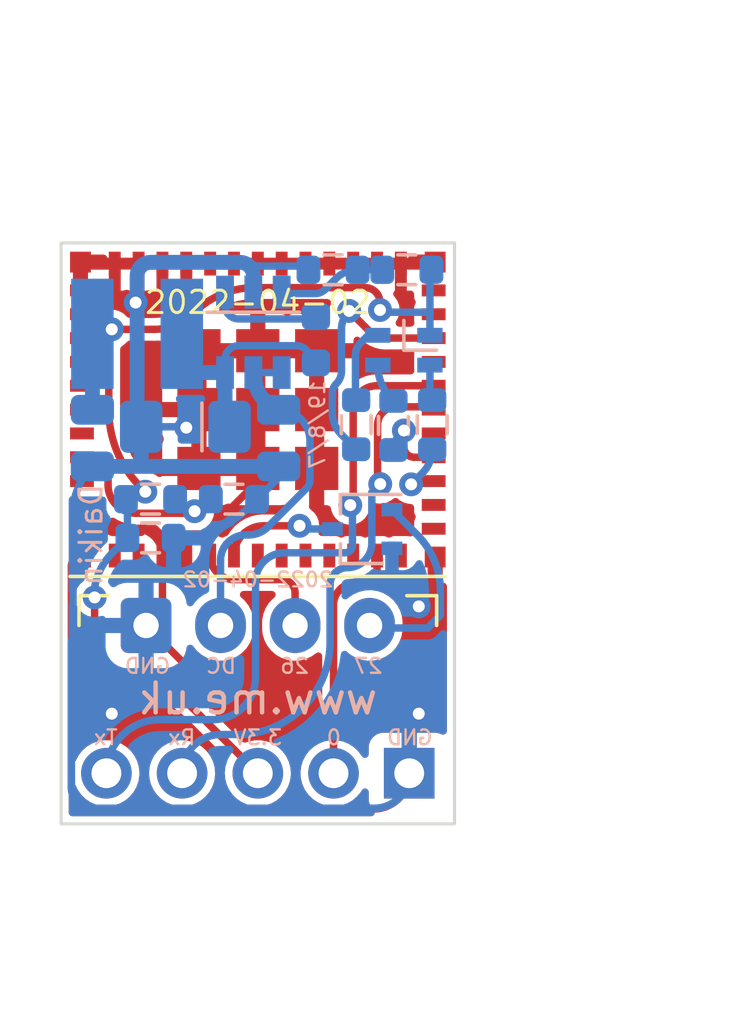
<source format=kicad_pcb>
(kicad_pcb (version 20211014) (generator pcbnew)
  (title_block (title "Daikin ESP32-PICO-MINI Module") (date "${DATE}") (rev "1") (company "Adrian Kennard, Andrews & Arnold Ltd"))
  (layers (0 "F.Cu" signal) (31 "B.Cu" signal) (34 "B.Paste" user) (35 "F.Paste" user) (36 "B.SilkS" user "B.Silkscreen") (37 "F.SilkS" user "F.Silkscreen") (38 "B.Mask" user) (39 "F.Mask" user) (44 "Edge.Cuts" user))
  (property "DATE" "2022-04-02")
  (net 0 "")
  (net 1 "GND")
  (net 2 "TX")
  (net 3 "RX")
  (net 4 "Net-(D1-Pad2)")
  (net 8 "DC")
  (net 11 "EN")
  (net 21 "Net-(D1-Pad3)")
  (net 22 "Net-(D1-Pad4)")
  (net 25 "GPIO0")
  (net 28 "R")
  (net 29 "G")
  (net 30 "B")
  (net 34 "+3V3")
  (net 35 "Net-(R5-Pad2)")
  (net 36 "I")
  (net 37 "O")
  (net 38 "Net-(J1-Pad4)")
  (footprint "RevK:ESP32-PICO-MINI-02" (layer "F.Cu") (at 100 44.19325)
    (fp_text reference "U1" hide)
    (fp_text value "ESP32-PICO-MINI-02")
    (fp_text user "${DATE}" (at 0 -3.6 unlocked) (layer "F.SilkS") (effects (font (size 0.75 0.75) (thickness 0.1))))
    (fp_line (start -6.3 5.6) (end 6.3 5.6) (layer "F.SilkS") (width 0.12))
    (pad "1" smd rect (at -5.9 -4) (size 0.8 0.4) (layers "F.Cu" "F.Paste" "F.Mask") (net 1 "GND"))
    (pad "2" smd rect (at -5.9 -3.2) (size 0.8 0.4) (layers "F.Cu" "F.Paste" "F.Mask") (net 1 "GND"))
    (pad "3" smd rect (at -5.9 -2.4) (size 0.8 0.4) (layers "F.Cu" "F.Paste" "F.Mask") (net 34 "+3V3"))
    (pad "4" smd rect (at -5.9 -1.6) (size 0.8 0.4) (layers "F.Cu" "F.Paste" "F.Mask"))
    (pad "5" smd rect (at -5.9 -0.8) (size 0.8 0.4) (layers "F.Cu" "F.Paste" "F.Mask"))
    (pad "6" smd rect (at -5.9 0) (size 0.8 0.4) (layers "F.Cu" "F.Paste" "F.Mask"))
    (pad "7" smd rect (at -5.9 0.8) (size 0.8 0.4) (layers "F.Cu" "F.Paste" "F.Mask"))
    (pad "8" smd rect (at -5.9 1.6) (size 0.8 0.4) (layers "F.Cu" "F.Paste" "F.Mask") (net 11 "EN"))
    (pad "9" smd rect (at -5.9 2.4) (size 0.8 0.4) (layers "F.Cu" "F.Paste" "F.Mask"))
    (pad "10" smd rect (at -5.9 3.2) (size 0.8 0.4) (layers "F.Cu" "F.Paste" "F.Mask"))
    (pad "11" smd rect (at -5.9 4) (size 0.8 0.4) (layers "F.Cu" "F.Paste" "F.Mask") (net 1 "GND"))
    (pad "12" smd rect (at -4.8 4.9) (size 0.4 0.8) (layers "F.Cu" "F.Paste" "F.Mask"))
    (pad "13" smd rect (at -4 4.9) (size 0.4 0.8) (layers "F.Cu" "F.Paste" "F.Mask"))
    (pad "14" smd rect (at -3.2 4.9) (size 0.4 0.8) (layers "F.Cu" "F.Paste" "F.Mask") (net 1 "GND"))
    (pad "15" smd rect (at -2.4 4.9) (size 0.4 0.8) (layers "F.Cu" "F.Paste" "F.Mask"))
    (pad "16" smd rect (at -1.6 4.9) (size 0.4 0.8) (layers "F.Cu" "F.Paste" "F.Mask") (net 2 "TX"))
    (pad "17" smd rect (at -0.8 4.9) (size 0.4 0.8) (layers "F.Cu" "F.Paste" "F.Mask") (net 3 "RX"))
    (pad "18" smd rect (at 0 4.9) (size 0.4 0.8) (layers "F.Cu" "F.Paste" "F.Mask"))
    (pad "19" smd rect (at 0.8 4.9) (size 0.4 0.8) (layers "F.Cu" "F.Paste" "F.Mask"))
    (pad "20" smd rect (at 1.6 4.9) (size 0.4 0.8) (layers "F.Cu" "F.Paste" "F.Mask"))
    (pad "21" smd rect (at 2.4 4.9) (size 0.4 0.8) (layers "F.Cu" "F.Paste" "F.Mask"))
    (pad "22" smd rect (at 3.2 4.9) (size 0.4 0.8) (layers "F.Cu" "F.Paste" "F.Mask"))
    (pad "23" smd rect (at 4 4.9) (size 0.4 0.8) (layers "F.Cu" "F.Paste" "F.Mask") (net 25 "GPIO0"))
    (pad "24" smd rect (at 4.8 4.9) (size 0.4 0.8) (layers "F.Cu" "F.Paste" "F.Mask"))
    (pad "25" smd rect (at 5.9 4) (size 0.8 0.4) (layers "F.Cu" "F.Paste" "F.Mask"))
    (pad "26" smd rect (at 5.9 3.2) (size 0.8 0.4) (layers "F.Cu" "F.Paste" "F.Mask"))
    (pad "27" smd rect (at 5.9 2.4) (size 0.8 0.4) (layers "F.Cu" "F.Paste" "F.Mask") (net 30 "B"))
    (pad "28" smd rect (at 5.9 1.6) (size 0.8 0.4) (layers "F.Cu" "F.Paste" "F.Mask") (net 29 "G"))
    (pad "29" smd rect (at 5.9 0.8) (size 0.8 0.4) (layers "F.Cu" "F.Paste" "F.Mask"))
    (pad "30" smd rect (at 5.9 0) (size 0.8 0.4) (layers "F.Cu" "F.Paste" "F.Mask") (net 36 "I"))
    (pad "31" smd rect (at 5.9 -0.8) (size 0.8 0.4) (layers "F.Cu" "F.Paste" "F.Mask") (net 37 "O"))
    (pad "32" smd rect (at 5.9 -1.6) (size 0.8 0.4) (layers "F.Cu" "F.Paste" "F.Mask"))
    (pad "33" smd rect (at 5.9 -2.4) (size 0.8 0.4) (layers "F.Cu" "F.Paste" "F.Mask") (net 28 "R"))
    (pad "34" smd rect (at 5.9 -3.2) (size 0.8 0.4) (layers "F.Cu" "F.Paste" "F.Mask"))
    (pad "35" smd rect (at 5.9 -4) (size 0.8 0.4) (layers "F.Cu" "F.Paste" "F.Mask"))
    (pad "36" smd rect (at 4.8 -4.9) (size 0.4 0.8) (layers "F.Cu" "F.Paste" "F.Mask") (net 1 "GND"))
    (pad "37" smd rect (at 4 -4.9) (size 0.4 0.8) (layers "F.Cu" "F.Paste" "F.Mask") (net 1 "GND"))
    (pad "38" smd rect (at 3.2 -4.9) (size 0.4 0.8) (layers "F.Cu" "F.Paste" "F.Mask") (net 1 "GND"))
    (pad "39" smd rect (at 2.4 -4.9) (size 0.4 0.8) (layers "F.Cu" "F.Paste" "F.Mask") (net 1 "GND"))
    (pad "40" smd rect (at 1.6 -4.9) (size 0.4 0.8) (layers "F.Cu" "F.Paste" "F.Mask") (net 1 "GND"))
    (pad "41" smd rect (at 0.8 -4.9) (size 0.4 0.8) (layers "F.Cu" "F.Paste" "F.Mask") (net 1 "GND"))
    (pad "42" smd rect (at 0 -4.9) (size 0.4 0.8) (layers "F.Cu" "F.Paste" "F.Mask") (net 1 "GND"))
    (pad "43" smd rect (at -0.8 -4.9) (size 0.4 0.8) (layers "F.Cu" "F.Paste" "F.Mask") (net 1 "GND"))
    (pad "44" smd rect (at -1.6 -4.9) (size 0.4 0.8) (layers "F.Cu" "F.Paste" "F.Mask") (net 1 "GND"))
    (pad "45" smd rect (at -2.4 -4.9) (size 0.4 0.8) (layers "F.Cu" "F.Paste" "F.Mask") (net 1 "GND"))
    (pad "46" smd rect (at -3.2 -4.9) (size 0.4 0.8) (layers "F.Cu" "F.Paste" "F.Mask") (net 1 "GND"))
    (pad "47" smd rect (at -4 -4.9) (size 0.4 0.8) (layers "F.Cu" "F.Paste" "F.Mask") (net 1 "GND"))
    (pad "48" smd rect (at -4.8 -4.9) (size 0.4 0.8) (layers "F.Cu" "F.Paste" "F.Mask") (net 1 "GND"))
    (pad "49" smd rect (at 1.975 0) (size 1.45 1.45) (layers "F.Cu" "F.Paste" "F.Mask") (net 1 "GND"))
    (pad "49" smd rect (at -1.975 0) (size 1.45 1.45) (layers "F.Cu" "F.Paste" "F.Mask") (net 1 "GND"))
    (pad "49" smd rect (at 0 0) (size 1.45 1.45) (layers "F.Cu" "F.Paste" "F.Mask") (net 1 "GND"))
    (pad "49" smd rect (at 1.975 -1.975) (size 1.45 1.45) (layers "F.Cu" "F.Paste" "F.Mask") (net 1 "GND"))
    (pad "49" smd rect (at 1.975 1.975) (size 1.45 1.45) (layers "F.Cu" "F.Paste" "F.Mask") (net 1 "GND"))
    (pad "49" smd roundrect (at -1.975 -1.975) (size 1.45 1.45) (layers "F.Cu" "F.Paste" "F.Mask") (roundrect_rratio 0) (chamfer_ratio 0.41) (chamfer top_left) (net 1 "GND"))
    (pad "49" smd rect (at 0 -1.975) (size 1.45 1.45) (layers "F.Cu" "F.Paste" "F.Mask") (net 1 "GND"))
    (pad "49" smd rect (at -1.975 1.975) (size 1.45 1.45) (layers "F.Cu" "F.Paste" "F.Mask") (net 1 "GND"))
    (pad "49" smd rect (at 0 1.975) (size 1.45 1.45) (layers "F.Cu" "F.Paste" "F.Mask") (net 1 "GND"))
    (pad "50" smd rect (at 5.95 -4.95) (size 0.7 0.7) (layers "F.Cu" "F.Paste" "F.Mask") (net 1 "GND"))
    (pad "51" smd rect (at 5.95 4.95) (size 0.7 0.7) (layers "F.Cu" "F.Paste" "F.Mask") (net 1 "GND"))
    (pad "52" smd rect (at -5.95 4.95) (size 0.7 0.7) (layers "F.Cu" "F.Paste" "F.Mask") (net 1 "GND"))
    (pad "53" smd rect (at -5.95 -4.95) (size 0.7 0.7) (layers "F.Cu" "F.Paste" "F.Mask") (net 1 "GND"))
    (zone (net 0) (net_name "") (layer "F.Cu") (connect_pads (clearance 0)) (min_thickness 0.01)
      (keepout (tracks not_allowed) (vias not_allowed) (pads not_allowed) (copperpour not_allowed) (footprints allowed))
      (fill (thermal_gap 0.508) (thermal_bridge_width 0.508))
      (polygon (pts (xy 93.4 33.19325) (xy 106.6 33.19325) (xy 106.6 38.59325) (xy 93.4 38.59325)))
    )
    (zone (net 0) (net_name "") (layer "B.Cu") (connect_pads (clearance 0)) (min_thickness 0.01)
      (keepout (tracks not_allowed) (vias not_allowed) (pads not_allowed) (copperpour not_allowed) (footprints allowed))
      (fill (thermal_gap 0.508) (thermal_bridge_width 0.508))
      (polygon (pts (xy 93.4 33.19325) (xy 106.6 33.19325) (xy 106.6 38.59325) (xy 93.4 38.59325)))
    )
  )
  (footprint "RevK:Molex_MiniSPOX_H4RA" (layer "F.Cu") (at 100 51.44)
    (fp_text reference "J1" hide)
    (fp_text value "SPOX")
    (fp_line (start 6 -1) (end 5 -1) (layer "F.SilkS") (width 0.12))
    (fp_line (start 6 0) (end 6 -1) (layer "F.SilkS") (width 0.12))
    (fp_line (start -6 0) (end -6 -1) (layer "F.SilkS") (width 0.12))
    (fp_line (start -6 -1) (end -5 -1) (layer "F.SilkS") (width 0.12))
    (pad "1" thru_hole roundrect (at -3.75 0) (size 1.7 1.85) (drill 0.85) (layers *.Cu *.Mask) (roundrect_rratio 0.1470588235) (net 1 "GND"))
    (pad "2" thru_hole oval (at -1.25 0) (size 1.7 1.85) (drill 0.85) (layers *.Cu *.Mask) (net 8 "DC"))
    (pad "3" thru_hole oval (at 1.25 0) (size 1.7 1.85) (drill 0.85) (layers *.Cu *.Mask) (net 2 "TX"))
    (pad "4" thru_hole oval (at 3.75 0) (size 1.7 1.85) (drill 0.85) (layers *.Cu *.Mask) (net 38 "Net-(J1-Pad4)"))
  )
  (footprint "RevK:Hidden" (layer "B.Cu") (at 94.45 45.15 -90)
    (fp_text reference "C4" hide)
    (fp_text value "10uF")
  )
  (footprint "RevK:R_0603" (layer "B.Cu") (at 104.55 44.725 -90)
    (fp_text reference "R2" hide)
    (fp_text value "2K")
    (fp_line (start -0.3 -0.5) (end 0.3 -0.5) (layer "B.SilkS") (width 0.12))
    (fp_line (start -0.3 0.5) (end 0.3 0.5) (layer "B.SilkS") (width 0.12))
    (pad "1" smd roundrect (at -0.825 0 270) (size 0.8 0.95) (layers "B.Cu" "B.Paste" "B.Mask") (net 21 "Net-(D1-Pad3)"))
    (pad "2" smd roundrect (at 0.825 0 270) (size 0.8 0.95) (layers "B.Cu" "B.Paste" "B.Mask") (net 29 "G"))
  )
  (footprint "RevK:C_0603" (layer "B.Cu") (at 99.2 47.2 180)
    (fp_text reference "C1" hide)
    (fp_text value "10nF")
    (fp_line (start -0.3 0.5) (end 0.3 0.5) (layer "B.SilkS") (width 0.12))
    (fp_line (start -0.3 -0.5) (end 0.3 -0.5) (layer "B.SilkS") (width 0.12))
    (pad "1" smd roundrect (at -0.775 0 180) (size 0.8 0.95) (layers "B.Cu" "B.Paste" "B.Mask") (net 1 "GND"))
    (pad "2" smd roundrect (at 0.775 0 180) (size 0.8 0.95) (layers "B.Cu" "B.Paste" "B.Mask") (net 11 "EN"))
  )
  (footprint "Package_TO_SOT_SMD:SOT-323_SC-70" (layer "B.Cu") (at 103.5 48.2 180)
    (fp_text reference "Q3" hide)
    (fp_text value "PMF250XNEX")
    (fp_line (start 0.73 1.16) (end 0.73 0.5) (layer "B.SilkS") (width 0.12))
    (fp_line (start -0.68 -1.16) (end 0.73 -1.16) (layer "B.SilkS") (width 0.12))
    (fp_line (start 0.73 -0.5) (end 0.73 -1.16) (layer "B.SilkS") (width 0.12))
    (fp_line (start 0.73 1.16) (end -1.3 1.16) (layer "B.SilkS") (width 0.12))
    (pad "1" smd rect (at -1 0.65 270) (size 0.45 0.7) (layers "B.Cu" "B.Paste" "B.Mask") (net 38 "Net-(J1-Pad4)"))
    (pad "2" smd rect (at -1 -0.65 270) (size 0.45 0.7) (layers "B.Cu" "B.Paste" "B.Mask") (net 1 "GND"))
    (pad "3" smd rect (at 1 0 270) (size 0.45 0.7) (layers "B.Cu" "B.Paste" "B.Mask") (net 3 "RX"))
  )
  (footprint "Connector_PinHeader_2.54mm:PinHeader_1x05_P2.54mm_Vertical" (layer "B.Cu") (at 105.08 56.4 90)
    (fp_text reference "J2" hide)
    (fp_text value "Prog")
    (pad "1" thru_hole rect (at 0 0 90) (size 1.7 1.7) (drill 1) (layers *.Cu *.Mask) (net 1 "GND"))
    (pad "2" thru_hole oval (at 0 -2.54 90) (size 1.7 1.7) (drill 1) (layers *.Cu *.Mask) (net 25 "GPIO0"))
    (pad "3" thru_hole oval (at 0 -5.08 90) (size 1.7 1.7) (drill 1) (layers *.Cu *.Mask) (net 34 "+3V3"))
    (pad "4" thru_hole oval (at 0 -7.62 90) (size 1.7 1.7) (drill 1) (layers *.Cu *.Mask) (net 36 "I"))
    (pad "5" thru_hole oval (at 0 -10.16 90) (size 1.7 1.7) (drill 1) (layers *.Cu *.Mask) (net 37 "O"))
  )
  (footprint "RevK:Hidden" (layer "B.Cu") (at 97.57 44.77)
    (fp_text reference "D2" hide)
    (fp_text value "Schottky")
  )
  (footprint "RevK:Hidden" (layer "B.Cu") (at 101.95 41.85 -90)
    (fp_text reference "C2" hide)
    (fp_text value "0.1uF")
  )
  (footprint "RevK:R_0603" (layer "B.Cu") (at 102.525 39.5)
    (fp_text reference "R6" hide)
    (fp_text value "30k 1% or NF")
    (fp_line (start -0.3 0.5) (end 0.3 0.5) (layer "B.SilkS") (width 0.12))
    (fp_line (start -0.3 -0.5) (end 0.3 -0.5) (layer "B.SilkS") (width 0.12))
    (pad "1" smd roundrect (at -0.825 0) (size 0.8 0.95) (layers "B.Cu" "B.Paste" "B.Mask") (net 1 "GND"))
    (pad "2" smd roundrect (at 0.825 0) (size 0.8 0.95) (layers "B.Cu" "B.Paste" "B.Mask") (net 35 "Net-(R5-Pad2)"))
  )
  (footprint "RevK:R_0603" (layer "B.Cu") (at 103.3 44.7 -90)
    (fp_text reference "R1" hide)
    (fp_text value "680R")
    (fp_line (start -0.3 -0.5) (end 0.3 -0.5) (layer "B.SilkS") (width 0.12))
    (fp_line (start -0.3 0.5) (end 0.3 0.5) (layer "B.SilkS") (width 0.12))
    (pad "1" smd roundrect (at -0.825 0 270) (size 0.8 0.95) (layers "B.Cu" "B.Paste" "B.Mask") (net 4 "Net-(D1-Pad2)"))
    (pad "2" smd roundrect (at 0.825 0 270) (size 0.8 0.95) (layers "B.Cu" "B.Paste" "B.Mask") (net 28 "R"))
  )
  (footprint "RevK:R_0603" (layer "B.Cu") (at 105.85 44.7 -90)
    (fp_text reference "R3" hide)
    (fp_text value "220R")
    (fp_line (start -0.3 -0.5) (end 0.3 -0.5) (layer "B.SilkS") (width 0.12))
    (fp_line (start -0.3 0.5) (end 0.3 0.5) (layer "B.SilkS") (width 0.12))
    (pad "1" smd roundrect (at -0.825 0 270) (size 0.8 0.95) (layers "B.Cu" "B.Paste" "B.Mask") (net 22 "Net-(D1-Pad4)"))
    (pad "2" smd roundrect (at 0.825 0 270) (size 0.8 0.95) (layers "B.Cu" "B.Paste" "B.Mask") (net 30 "B"))
  )
  (footprint "RevK:R_0603" (layer "B.Cu") (at 96.4 47.2)
    (fp_text reference "R4" hide)
    (fp_text value "10K")
    (fp_line (start -0.3 -0.5) (end 0.3 -0.5) (layer "B.SilkS") (width 0.12))
    (fp_line (start -0.3 0.5) (end 0.3 0.5) (layer "B.SilkS") (width 0.12))
    (pad "1" smd roundrect (at -0.825 0) (size 0.8 0.95) (layers "B.Cu" "B.Paste" "B.Mask") (net 34 "+3V3"))
    (pad "2" smd roundrect (at 0.825 0) (size 0.8 0.95) (layers "B.Cu" "B.Paste" "B.Mask") (net 11 "EN"))
  )
  (footprint "RevK:Hidden" (layer "B.Cu") (at 100.7 45.15 -90)
    (fp_text reference "C3" hide)
    (fp_text value "2.2uF")
  )
  (footprint "RevK:LED-RGB-1.6x1.6" (layer "B.Cu") (at 104.9 42.2)
    (fp_text reference "D1" hide)
    (fp_text value "RGB")
    (fp_line (start 0 0) (end 0 -1) (layer "B.SilkS") (width 0.12))
    (fp_line (start 1.1 0) (end 0 0) (layer "B.SilkS") (width 0.12))
    (pad "1" smd rect (at 0.875 -0.5) (size 0.85 0.5) (layers "B.Cu" "B.Paste" "B.Mask") (net 34 "+3V3"))
    (pad "2" smd rect (at -0.875 -0.5) (size 0.85 0.5) (layers "B.Cu" "B.Paste" "B.Mask") (net 4 "Net-(D1-Pad2)"))
    (pad "3" smd rect (at -0.875 0.5) (size 0.85 0.5) (layers "B.Cu" "B.Paste" "B.Mask") (net 21 "Net-(D1-Pad3)"))
    (pad "4" smd rect (at 0.875 0.5) (size 0.85 0.5) (layers "B.Cu" "B.Paste" "B.Mask") (net 22 "Net-(D1-Pad4)"))
  )
  (footprint "RevK:C_0603" (layer "B.Cu") (at 96.4 48.5)
    (fp_text reference "C5" hide)
    (fp_text value "100nF")
    (fp_line (start -0.3 0.5) (end 0.3 0.5) (layer "B.SilkS") (width 0.12))
    (fp_line (start -0.3 -0.5) (end 0.3 -0.5) (layer "B.SilkS") (width 0.12))
    (pad "1" smd roundrect (at -0.775 0) (size 0.8 0.95) (layers "B.Cu" "B.Paste" "B.Mask") (net 34 "+3V3"))
    (pad "2" smd roundrect (at 0.775 0) (size 0.8 0.95) (layers "B.Cu" "B.Paste" "B.Mask") (net 1 "GND"))
  )
  (footprint "RevK:RegulatorBlockFB" (layer "B.Cu") (at 99.85 41.6 180)
    (fp_text reference "U2" hide)
    (fp_text value "LMR16006+FB")
    (fp_line (start -1.55 0.675) (end 1.55 0.675) (layer "B.SilkS") (width 0.12))
    (fp_line (start 1.725 -2.375) (end 1.725 -3.975) (layer "B.SilkS") (width 0.12))
    (pad "" smd rect (at 0.95 -2.3 90) (size 2 0.5) (layers "B.Cu") (clearance 0.2))
    (pad "" smd rect (at 0.95 1.35 90) (size 1.1 0.6) (layers "B.Cu" "B.Paste" "B.Mask") (clearance 0.2))
    (pad "" smd rect (at 2.4 -0.05 90) (size 3.7 1.425) (layers "B.Cu" "B.Mask") (clearance 0.2))
    (pad "" smd custom (at -0.475 -0.45 180) (size 1.95 0.25) (layers "B.Cu") (clearance 0.2) (options (clearance outline) (anchor rect)) (primitives (gr_arc (start 1.425 -0.45) (mid 1.293198 -0.131802) (end 0.975 0) (width 0.25)) (gr_arc (start -0.975 0) (mid -1.293198 -0.131802) (end -1.425 -0.45) (width 0.25))))
    (pad "" smd roundrect (at 0.7975 -3.17 180) (size 1.425 1.75) (layers "B.Cu" "B.Paste" "B.Mask") (roundrect_rratio 0.175) (clearance 0.2))
    (pad "" smd rect (at 1.9 -1.35 180) (size 2 0.5) (layers "B.Cu") (clearance 0.2))
    (pad "" smd roundrect (at -2.1 -1.025 90) (size 0.9 0.95) (layers "B.Cu" "B.Paste" "B.Mask"))
    (pad "" smd custom (at -0.8 0.45 180) (size 2.6 0.25) (layers "B.Cu") (clearance 0.2) (options (clearance outline) (anchor rect)) (primitives (gr_arc (start 1.3 0) (mid 1.618198 0.131802) (end 1.75 0.45) (width 0.25))))
    (pad "" smd roundrect (at -2.1 0.525 90) (size 0.9 0.95) (layers "B.Cu" "B.Paste" "B.Mask"))
    (pad "" smd rect (at 0.95 -1.35 90) (size 1.1 0.6) (layers "B.Cu" "B.Paste" "B.Mask") (clearance 0.2))
    (pad "1" smd rect (at -0.95 -1.35 90) (size 1.1 0.6) (layers "B.Cu" "B.Paste" "B.Mask") (net 8 "DC") (clearance 0.2))
    (pad "2" smd roundrect (at -0.85 -2.6 270) (size 1 1.45) (layers "B.Cu" "B.Paste" "B.Mask") (net 8 "DC") (clearance 0.2))
    (pad "2" smd rect (at 0 -1.35 90) (size 1.1 0.6) (layers "B.Cu" "B.Paste" "B.Mask") (net 8 "DC") (clearance 0.2))
    (pad "2" smd custom (at -1.06 -2.55 180) (size 0.1 0.1) (layers "B.Cu") (net 8 "DC") (options (clearance outline) (anchor rect)) (primitives (gr_arc (start 0.000002 0) (mid 0.707108 0.292894) (end 1 1) (width 0.5))))
    (pad "3" smd rect (at 0 1.35 90) (size 1.1 0.6) (layers "B.Cu" "B.Paste" "B.Mask") (net 1 "GND") (clearance 0.2))
    (pad "3" smd roundrect (at -0.85 -4.5 270) (size 1 1.45) (layers "B.Cu" "B.Paste" "B.Mask") (net 1 "GND"))
    (pad "3" smd roundrect (at 5.4 -4.5 270) (size 1 1.45) (layers "B.Cu" "B.Paste" "B.Mask") (net 1 "GND"))
    (pad "3" smd custom (at -1.1 -4.5 180) (size 0.1 0.1) (layers "B.Cu") (net 1 "GND") (clearance 0.2) (options (clearance outline) (anchor rect)) (primitives (gr_line (start 6.6 0) (end 0 0) (width 0.4999)) (gr_line (start 4.8625 1.6) (end 4.8625 0) (width 0.4999)) (gr_line (start 5 6.4) (end 5 1.6) (width 0.4999)) (gr_arc (start 5 6.4) (mid 4.868198 6.718198) (end 4.55 6.85) (width 0.4999)) (gr_line (start 1.55 6.85) (end 4.55 6.85) (width 0.4999)) (gr_arc (start 1.55 6.85) (mid 1.231802 6.718198) (end 1.1 6.4) (width 0.4999)) (gr_line (start 1.1 5.9) (end 1.1 6.4) (width 0.4999))))
    (pad "3" smd roundrect (at 3.7625 -3.17 180) (size 1.425 1.75) (layers "B.Cu" "B.Paste" "B.Mask") (roundrect_rratio 0.175) (net 1 "GND") (clearance 0.2))
    (pad "4" smd rect (at 5.4 -0.8 180) (size 0.5 4) (layers "B.Cu") (net 34 "+3V3"))
    (pad "4" smd roundrect (at 5.4 -2.6 270) (size 1 1.45) (layers "B.Cu" "B.Paste" "B.Mask") (net 34 "+3V3") (clearance 0.2))
    (pad "4" smd rect (at 5.4 -0.05 90) (size 3.7 1.425) (layers "B.Cu" "B.Mask") (net 34 "+3V3"))
    (pad "5" smd rect (at -0.95 1.35 90) (size 1.1 0.6) (layers "B.Cu" "B.Paste" "B.Mask") (net 35 "Net-(R5-Pad2)") (clearance 0.2))
  )
  (footprint "RevK:Hidden" (layer "B.Cu") (at 95.95 41.6)
    (fp_text reference "L1" hide)
    (fp_text value "6.8uH")
  )
  (footprint "RevK:R_0603" (layer "B.Cu") (at 105 39.5 180)
    (fp_text reference "R5" hide)
    (fp_text value "100k 1% or 0R")
    (fp_line (start -0.3 0.5) (end 0.3 0.5) (layer "B.SilkS") (width 0.12))
    (fp_line (start -0.3 -0.5) (end 0.3 -0.5) (layer "B.SilkS") (width 0.12))
    (pad "1" smd roundrect (at -0.825 0 180) (size 0.8 0.95) (layers "B.Cu" "B.Paste" "B.Mask") (net 34 "+3V3"))
    (pad "2" smd roundrect (at 0.825 0 180) (size 0.8 0.95) (layers "B.Cu" "B.Paste" "B.Mask") (net 35 "Net-(R5-Pad2)"))
  )
  (gr_line (start 106.6 38.6) (end 106.6 58.1) (layer "Edge.Cuts") (width 0.1))
  (gr_line (start 106.6 58.1) (end 93.4 58.1) (layer "Edge.Cuts") (width 0.1))
  (gr_line (start 93.4 58.1) (end 93.4 38.6) (layer "Edge.Cuts") (width 0.1))
  (gr_line (start 93.4 38.6) (end 106.6 38.6) (layer "Edge.Cuts") (width 0.1))
  (gr_text "26" (at 101.233332 52.8) (layer "B.SilkS") (effects (font (size 0.5 0.5) (thickness 0.08)) (justify mirror)))
  (gr_text "GND" (at 105.1 55.2) (layer "B.SilkS") (effects (font (size 0.5 0.5) (thickness 0.08)) (justify mirror)))
  (gr_text "3.3V" (at 100 55.2) (layer "B.SilkS") (effects (font (size 0.5 0.5) (thickness 0.08)) (justify mirror)))
  (gr_text "Daikin" (at 94.4 48.4 90) (layer "B.SilkS") (effects (font (size 0.75 0.75) (thickness 0.1)) (justify mirror)))
  (gr_text "GND" (at 96.3 52.8) (layer "B.SilkS") (effects (font (size 0.5 0.5) (thickness 0.08)) (justify mirror)))
  (gr_text "19/8/7" (at 102 44.7 90) (layer "B.SilkS") (effects (font (size 0.5 0.5) (thickness 0.08)) (justify mirror)))
  (gr_text "DC" (at 98.766666 52.8) (layer "B.SilkS") (effects (font (size 0.5 0.5) (thickness 0.08)) (justify mirror)))
  (gr_text "27" (at 103.7 52.8) (layer "B.SilkS") (effects (font (size 0.5 0.5) (thickness 0.08)) (justify mirror)))
  (gr_text "Tx" (at 94.9 55.2) (layer "B.SilkS") (effects (font (size 0.5 0.5) (thickness 0.08)) (justify mirror)))
  (gr_text "0" (at 102.55 55.2) (layer "B.SilkS") (effects (font (size 0.5 0.5) (thickness 0.08)) (justify mirror)))
  (gr_text "Rx" (at 97.45 55.2) (layer "B.SilkS") (effects (font (size 0.5 0.5) (thickness 0.08)) (justify mirror)))
  (gr_text "${DATE}" (at 100 49.9) (layer "B.SilkS") (effects (font (size 0.5 0.5) (thickness 0.08)) (justify mirror)))
  (gr_text "www.me.uk" (at 100 53.9) (layer "B.SilkS") (effects (font (size 1 1)) (justify mirror)))
  (segment (start 96.8 48.44325) (end 96.55 48.19325) (width 0.25) (layer "F.Cu") (net 1))
  (segment (start 100 46.6) (end 100 46.16825) (width 0.25) (layer "F.Cu") (net 1))
  (segment (start 94.1 48.19325) (end 96.55 48.19325) (width 0.25) (layer "F.Cu") (net 1))
  (segment (start 96.8 49.09325) (end 96.8 50.89) (width 0.25) (layer "F.Cu") (net 1))
  (segment (start 93.745489 49.447761) (end 93.745489 56.886499) (width 0.25) (layer "F.Cu") (net 1))
  (segment (start 93.745489 49.447761) (end 94.05 49.14325) (width 0.25) (layer "F.Cu") (net 1))
  (segment (start 98.8 47.8) (end 100 46.6) (width 0.25) (layer "F.Cu") (net 1))
  (segment (start 96.25 51.44) (end 99 54.19) (width 0.25) (layer "F.Cu") (net 1))
  (segment (start 96.874511 48.368739) (end 98.031261 48.368739) (width 0.25) (layer "F.Cu") (net 1))
  (segment (start 96.8 50.89) (end 96.25 51.44) (width 0.25) (layer "F.Cu") (net 1))
  (segment (start 98.372683 48.227318) (end 98.8 47.8) (width 0.25) (layer "F.Cu") (net 1))
  (segment (start 96.8 49.09325) (end 96.8 48.44325) (width 0.25) (layer "F.Cu") (net 1))
  (segment (start 99 54.19) (end 99 54.4) (width 0.25) (layer "F.Cu") (net 1))
  (segment (start 94.45899 57.6) (end 103.88 57.6) (width 0.25) (layer "F.Cu") (net 1))
  (via (at 105.4 54.4) (size 0.8) (drill 0.4) (layers "F.Cu" "B.Cu") (net 1))
  (via (at 95.1 54.4) (size 0.8) (drill 0.4) (layers "F.Cu" "B.Cu") (net 1))
  (via (at 105.4 50.8) (size 0.8) (drill 0.4) (layers "F.Cu" "B.Cu") (net 1))
  (via (at 95.9 40.6) (size 0.8) (drill 0.4) (layers "F.Cu" "B.Cu") (net 1))
  (via (at 97.6 44.8) (size 0.8) (drill 0.4) (layers "F.Cu" "B.Cu") (net 1))
  (arc (start 95.9 48.19325) (mid 96.536396 48.456854) (end 96.8 49.09325) (width 0.25) (layer "F.Cu") (net 1))
  (arc (start 93.745489 56.886499) (mid 93.954469 57.39102) (end 94.45899 57.6) (width 0.25) (layer "F.Cu") (net 1))
  (arc (start 94.05 49.14325) (mid 93.834678 49.232439) (end 93.745489 49.447761) (width 0.25) (layer "F.Cu") (net 1))
  (arc (start 98.031261 48.368739) (mid 98.216037 48.331985) (end 98.372683 48.227318) (width 0.25) (layer "F.Cu") (net 1))
  (arc (start 103.88 57.6) (mid 104.728528 57.248528) (end 105.08 56.4) (width 0.25) (layer "F.Cu") (net 1))
  (arc (start 96.8 48.44325) (mid 96.821824 48.390563) (end 96.874511 48.368739) (width 0.25) (layer "F.Cu") (net 1))
  (segment (start 105.242462 50.642462) (end 105.4 50.8) (width 0.25) (layer "B.Cu") (net 1))
  (segment (start 100.7 46.475) (end 99.975 47.2) (width 0.25) (layer "B.Cu") (net 1))
  (segment (start 97.57 44.77) (end 97.6 44.8) (width 0.25) (layer "B.Cu") (net 1))
  (segment (start 99.85 39.45) (end 99.85 40.25) (width 0.25) (layer "B.Cu") (net 1))
  (segment (start 99.73566 47.43934) (end 99.975 47.2) (width 0.25) (layer "B.Cu") (net 1))
  (segment (start 99.924511 39.375489) (end 99.85 39.45) (width 0.25) (layer "B.Cu") (net 1))
  (segment (start 96.0875 44.77) (end 97.57 44.77) (width 0.25) (layer "B.Cu") (net 1))
  (segment (start 100.7 46.1) (end 100.7 46.475) (width 0.25) (layer "B.Cu") (net 1))
  (segment (start 103.905489 57.574511) (end 94.433501 57.574511) (width 0.25) (layer "B.Cu") (net 1))
  (segment (start 93.8 50.8) (end 93.8 47.669238) (width 0.25) (layer "B.Cu") (net 1))
  (segment (start 93.745489 56.886499) (end 93.745489 52.045489) (width 0.25) (layer "B.Cu") (net 1))
  (segment (start 99.924511 39.375489) (end 101.575489 39.375489) (width 0.25) (layer "B.Cu") (net 1))
  (segment (start 94.44 51.44) (end 96.25 51.44) (width 0.25) (layer "B.Cu") (net 1))
  (arc (start 93.8 47.669238) (mid 93.968929 46.819973) (end 94.45 46.1) (width 0.25) (layer "B.Cu") (net 1))
  (arc (start 105.08 56.4) (mid 104.735994 57.230505) (end 103.905489 57.574511) (width 0.25) (layer "B.Cu") (net 1))
  (arc (start 94.433501 57.574511) (mid 93.947003 57.372997) (end 93.745489 56.886499) (width 0.25) (layer "B.Cu") (net 1))
  (arc (start 97.175 48.5) (mid 98.560819 48.224343) (end 99.73566 47.43934) (width 0.25) (layer "B.Cu") (net 1))
  (arc (start 101.7 39.5) (mid 101.663532 39.411957) (end 101.575489 39.375489) (width 0.25) (layer "B.Cu") (net 1))
  (arc (start 94.44 51.44) (mid 93.987452 51.252548) (end 93.8 50.8) (width 0.25) (layer "B.Cu") (net 1))
  (arc (start 99.924511 39.375489) (mid 99.871824 39.397313) (end 99.85 39.45) (width 0.25) (layer "B.Cu") (net 1))
  (arc (start 94.350978 51.44) (mid 93.922833 51.617344) (end 93.745489 52.045489) (width 0.25) (layer "B.Cu") (net 1))
  (arc (start 104.5 48.85) (mid 104.69296 49.820073) (end 105.242462 50.642462) (width 0.25) (layer "B.Cu") (net 1))
  (segment (start 101.25 51.44) (end 101.25 50.35) (width 0.25) (layer "F.Cu") (net 2))
  (segment (start 100.8 49.9) (end 99.20675 49.9) (width 0.25) (layer "F.Cu") (net 2))
  (arc (start 99.20675 49.9) (mid 98.636292 49.663708) (end 98.4 49.09325) (width 0.25) (layer "F.Cu") (net 2))
  (arc (start 101.25 50.35) (mid 101.118198 50.031802) (end 100.8 49.9) (width 0.25) (layer "F.Cu") (net 2))
  (segment (start 101.4 48.093748) (end 100.199502 48.093748) (width 0.25) (layer "F.Cu") (net 3))
  (via (at 101.4 48.093748) (size 0.8) (drill 0.4) (layers "F.Cu" "B.Cu") (net 3))
  (arc (start 100.199502 48.093748) (mid 99.492747 48.386495) (end 99.2 49.09325) (width 0.25) (layer "F.Cu") (net 3))
  (segment (start 102.5 48.2) (end 101.506252 48.2) (width 0.25) (layer "B.Cu") (net 3))
  (segment (start 101.506252 48.2) (end 101.4 48.093748) (width 0.25) (layer "B.Cu") (net 3))
  (segment (start 103.275489 43.850489) (end 103.3 43.875) (width 0.25) (layer "B.Cu") (net 4))
  (segment (start 103.275489 42.372976) (end 103.275489 43.850489) (width 0.25) (layer "B.Cu") (net 4))
  (segment (start 103.700978 41.7) (end 103.450489 41.950489) (width 0.25) (layer "B.Cu") (net 4))
  (segment (start 104.025 41.7) (end 103.700978 41.7) (width 0.25) (layer "B.Cu") (net 4))
  (arc (start 103.450489 41.950489) (mid 103.32097 42.144327) (end 103.275489 42.372976) (width 0.25) (layer "B.Cu") (net 4))
  (segment (start 101.634574 46.834574) (end 100.330175 48.138973) (width 0.25) (layer "B.Cu") (net 8))
  (segment (start 100.8 42.95) (end 99.85 42.95) (width 0.25) (layer "B.Cu") (net 8))
  (segment (start 99.7 48.4) (end 99.6 48.4) (width 0.25) (layer "B.Cu") (net 8))
  (segment (start 101.74952 45.24952) (end 101.74952 46.55707) (width 0.25) (layer "B.Cu") (net 8))
  (segment (start 98.75 49.25) (end 98.75 51.44) (width 0.25) (layer "B.Cu") (net 8))
  (arc (start 99.6 48.4) (mid 98.998959 48.648959) (end 98.75 49.25) (width 0.25) (layer "B.Cu") (net 8))
  (arc (start 101.74952 46.55707) (mid 101.719646 46.707254) (end 101.634574 46.834574) (width 0.25) (layer "B.Cu") (net 8))
  (arc (start 100.330175 48.138973) (mid 100.041048 48.332161) (end 99.7 48.4) (width 0.25) (layer "B.Cu") (net 8))
  (arc (start 100.7 44.2) (mid 101.442123 44.507397) (end 101.74952 45.24952) (width 0.25) (layer "B.Cu") (net 8))
  (segment (start 94.1 45.79325) (end 94.549022 45.79325) (width 0.25) (layer "F.Cu") (net 11))
  (segment (start 94.975725 46.219953) (end 94.975725 46.724275) (width 0.25) (layer "F.Cu") (net 11))
  (segment (start 95.925401 47.673951) (end 97.807685 47.673951) (width 0.25) (layer "F.Cu") (net 11))
  (via (at 97.878044 47.603592) (size 0.8) (drill 0.4) (layers "F.Cu" "B.Cu") (net 11))
  (arc (start 94.549022 45.79325) (mid 94.850747 45.918228) (end 94.975725 46.219953) (width 0.25) (layer "F.Cu") (net 11))
  (arc (start 97.807685 47.673951) (mid 97.857436 47.653343) (end 97.878044 47.603592) (width 0.25) (layer "F.Cu") (net 11))
  (arc (start 94.975725 46.724275) (mid 95.253879 47.395797) (end 95.925401 47.673951) (width 0.25) (layer "F.Cu") (net 11))
  (segment (start 98.021408 47.603592) (end 98.425 47.2) (width 0.25) (layer "B.Cu") (net 11))
  (segment (start 97.878044 47.603592) (end 98.021408 47.603592) (width 0.25) (layer "B.Cu") (net 11))
  (segment (start 97.878044 47.603592) (end 97.628592 47.603592) (width 0.25) (layer "B.Cu") (net 11))
  (segment (start 97.628592 47.603592) (end 97.225 47.2) (width 0.25) (layer "B.Cu") (net 11))
  (segment (start 104.502297 43.852297) (end 104.55 43.9) (width 0.25) (layer "B.Cu") (net 21))
  (arc (start 104.025 42.7) (mid 104.149045 43.323619) (end 104.502297 43.852297) (width 0.25) (layer "B.Cu") (net 21))
  (segment (start 105.775 42.7) (end 105.775 43.693934) (width 0.25) (layer "B.Cu") (net 22))
  (arc (start 105.775 43.693934) (mid 105.794492 43.791926) (end 105.85 43.875) (width 0.25) (layer "B.Cu") (net 22))
  (segment (start 103.74325 50) (end 103.3 50) (width 0.25) (layer "F.Cu") (net 25))
  (segment (start 104 49.09325) (end 104 49.74325) (width 0.25) (layer "F.Cu") (net 25))
  (segment (start 102.54 50.76) (end 102.54 56.4) (width 0.25) (layer "F.Cu") (net 25))
  (arc (start 104 49.74325) (mid 103.9248 49.9248) (end 103.74325 50) (width 0.25) (layer "F.Cu") (net 25))
  (arc (start 103.3 50) (mid 102.762599 50.222599) (end 102.54 50.76) (width 0.25) (layer "F.Cu") (net 25))
  (segment (start 103.063789 40.881895) (end 103.750209 41.568315) (width 0.25) (layer "F.Cu") (net 28))
  (segment (start 104.29325 41.79325) (end 105.9 41.79325) (width 0.25) (layer "F.Cu") (net 28))
  (via (at 103.063789 40.881895) (size 0.8) (drill 0.4) (layers "F.Cu" "B.Cu") (net 28))
  (arc (start 103.750209 41.568315) (mid 103.999358 41.734791) (end 104.29325 41.79325) (width 0.25) (layer "F.Cu") (net 28))
  (segment (start 102.50048 44.30048) (end 102.50048 43.639646) (width 0.25) (layer "B.Cu") (net 28))
  (segment (start 103.3 45.525) (end 102.801 45.026) (width 0.25) (layer "B.Cu") (net 28))
  (segment (start 102.807737 42.897863) (end 102.807737 41.500059) (width 0.25) (layer "B.Cu") (net 28))
  (arc (start 102.629109 43.329109) (mid 102.761313 43.131252) (end 102.807737 42.897863) (width 0.25) (layer "B.Cu") (net 28))
  (arc (start 102.801 45.026) (mid 102.578582 44.693129) (end 102.50048 44.30048) (width 0.25) (layer "B.Cu") (net 28))
  (arc (start 102.807737 41.500059) (mid 102.874283 41.165511) (end 103.063789 40.881895) (width 0.25) (layer "B.Cu") (net 28))
  (arc (start 102.50048 43.639646) (mid 102.533909 43.471585) (end 102.629109 43.329109) (width 0.25) (layer "B.Cu") (net 28))
  (segment (start 104.900383 44.895939) (end 104.900383 45.443633) (width 0.25) (layer "F.Cu") (net 29))
  (segment (start 105.25 45.79325) (end 105.9 45.79325) (width 0.25) (layer "F.Cu") (net 29))
  (via (at 104.900383 44.895939) (size 0.8) (drill 0.4) (layers "F.Cu" "B.Cu") (net 29))
  (arc (start 104.900383 45.443633) (mid 105.002783 45.69085) (end 105.25 45.79325) (width 0.25) (layer "F.Cu") (net 29))
  (segment (start 104.900383 44.895939) (end 104.764733 45.031589) (width 0.25) (layer "B.Cu") (net 29))
  (arc (start 104.764733 45.031589) (mid 104.605807 45.269438) (end 104.55 45.55) (width 0.25) (layer "B.Cu") (net 29))
  (segment (start 105.9 46.59325) (end 105.25271 46.59325) (width 0.25) (layer "F.Cu") (net 30))
  (via (at 105.143568 46.702392) (size 0.8) (drill 0.4) (layers "F.Cu" "B.Cu") (net 30))
  (arc (start 105.25271 46.59325) (mid 105.175535 46.625217) (end 105.143568 46.702392) (width 0.25) (layer "F.Cu") (net 30))
  (segment (start 105.516981 46.328979) (end 105.143568 46.702392) (width 0.25) (layer "B.Cu") (net 30))
  (arc (start 105.85 45.525) (mid 105.763451 45.96011) (end 105.516981 46.328979) (width 0.25) (layer "B.Cu") (net 30))
  (segment (start 94.5245 50.497515) (end 94.5245 52.5245) (width 0.25) (layer "F.Cu") (net 34))
  (segment (start 96.077595 46.801546) (end 96.2255 46.94945) (width 0.25) (layer "F.Cu") (net 34))
  (segment (start 95.1 41.5) (end 94.80675 41.79325) (width 0.25) (layer "F.Cu") (net 34))
  (segment (start 95 41.9865) (end 95 44.2) (width 0.25) (layer "F.Cu") (net 34))
  (segment (start 96.514494 41.5) (end 95.1 41.5) (width 0.25) (layer "F.Cu") (net 34))
  (segment (start 97.931371 54.331371) (end 100 56.4) (width 0.25) (layer "F.Cu") (net 34))
  (segment (start 103.6 40.1) (end 99.894392 40.1) (width 0.25) (layer "F.Cu") (net 34))
  (segment (start 94.80675 41.79325) (end 94.1 41.79325) (width 0.25) (layer "F.Cu") (net 34))
  (segment (start 104.1 40.850498) (end 104.1 40.6) (width 0.25) (layer "F.Cu") (net 34))
  (segment (start 94.80675 41.79325) (end 95 41.9865) (width 0.25) (layer "F.Cu") (net 34))
  (via (at 94.5245 50.497515) (size 0.8) (drill 0.4) (layers "F.Cu" "B.Cu") (net 34))
  (via (at 95.1 41.5) (size 0.8) (drill 0.4) (layers "F.Cu" "B.Cu") (net 34))
  (via (at 96.2255 46.94945) (size 0.8) (drill 0.4) (layers "F.Cu" "B.Cu") (net 34))
  (via (at 104.1 40.850498) (size 0.8) (drill 0.4) (layers "F.Cu" "B.Cu") (net 34))
  (arc (start 94.5245 52.5245) (mid 94.722349 53.002151) (end 95.2 53.2) (width 0.25) (layer "F.Cu") (net 34))
  (arc (start 97.855437 40.944563) (mid 97.240207 41.355647) (end 96.514494 41.5) (width 0.25) (layer "F.Cu") (net 34))
  (arc (start 99.894392 40.1) (mid 98.790918 40.319495) (end 97.855437 40.944563) (width 0.25) (layer "F.Cu") (net 34))
  (arc (start 95 44.2) (mid 95.280058 45.607946) (end 96.077595 46.801546) (width 0.25) (layer "F.Cu") (net 34))
  (arc (start 95.2 53.2) (mid 96.678207 53.494034) (end 97.931371 54.331371) (width 0.25) (layer "F.Cu") (net 34))
  (arc (start 104.1 40.6) (mid 103.953553 40.246447) (end 103.6 40.1) (width 0.25) (layer "F.Cu") (net 34))
  (segment (start 94.45 41.65) (end 94.95 41.65) (width 0.25) (layer "B.Cu") (net 34))
  (segment (start 94.538236 50.087416) (end 94.538236 50.483779) (width 0.25) (layer "B.Cu") (net 34))
  (segment (start 105.775 40.925) (end 105.775 39.55) (width 0.25) (layer "B.Cu") (net 34))
  (segment (start 105.775 40.925) (end 104.174502 40.925) (width 0.25) (layer "B.Cu") (net 34))
  (segment (start 94.95 41.65) (end 95.1 41.5) (width 0.25) (layer "B.Cu") (net 34))
  (segment (start 95.625 48.5) (end 95.118719 49.006281) (width 0.25) (layer "B.Cu") (net 34))
  (segment (start 105.775 39.55) (end 105.825 39.5) (width 0.25) (layer "B.Cu") (net 34))
  (segment (start 105.775 41.7) (end 105.775 40.925) (width 0.25) (layer "B.Cu") (net 34))
  (segment (start 95.625 48.5) (end 95.625 47.25) (width 0.25) (layer "B.Cu") (net 34))
  (segment (start 94.538236 50.483779) (end 94.5245 50.497515) (width 0.25) (layer "B.Cu") (net 34))
  (segment (start 104.174502 40.925) (end 104.1 40.850498) (width 0.25) (layer "B.Cu") (net 34))
  (segment (start 95.625 47.25) (end 95.575 47.2) (width 0.25) (layer "B.Cu") (net 34))
  (arc (start 95.118719 49.006281) (mid 94.749434 49.504204) (end 94.538236 50.087416) (width 0.25) (layer "B.Cu") (net 34))
  (segment (start 100.84952 40.29952) (end 101.917676 40.29952) (width 0.25) (layer "B.Cu") (net 35))
  (segment (start 102.558391 39.858391) (end 102.258391 40.158391) (width 0.25) (layer "B.Cu") (net 35))
  (segment (start 104.175 39.5) (end 103.35 39.5) (width 0.25) (layer "B.Cu") (net 35))
  (segment (start 100.8 40.25) (end 100.84952 40.29952) (width 0.25) (layer "B.Cu") (net 35))
  (segment (start 102.61045 39.806331) (end 102.558391 39.858391) (width 0.25) (layer "B.Cu") (net 35))
  (arc (start 103.35 39.5) (mid 102.949759 39.579613) (end 102.61045 39.806331) (width 0.25) (layer "B.Cu") (net 35))
  (arc (start 101.917676 40.29952) (mid 102.10207 40.262841) (end 102.258391 40.158391) (width 0.25) (layer "B.Cu") (net 35))
  (segment (start 104.106755 46.693245) (end 104.017852 46.604342) (width 0.25) (layer "F.Cu") (net 36))
  (segment (start 104.017852 46.604342) (end 104.017852 44.717852) (width 0.25) (layer "F.Cu") (net 36))
  (segment (start 104.635704 44.1) (end 105.80675 44.1) (width 0.25) (layer "F.Cu") (net 36))
  (via (at 104.106755 46.693245) (size 0.8) (drill 0.4) (layers "F.Cu" "B.Cu") (net 36))
  (arc (start 105.80675 44.1) (mid 105.872688 44.127312) (end 105.9 44.19325) (width 0.25) (layer "F.Cu") (net 36))
  (arc (start 104.017852 44.717852) (mid 104.198817 44.280965) (end 104.635704 44.1) (width 0.25) (layer "F.Cu") (net 36))
  (segment (start 103.825489 48.674511) (end 103.825489 46.974511) (width 0.25) (layer "B.Cu") (net 36))
  (segment (start 98.76 55.1) (end 99.326022 55.1) (width 0.25) (layer "B.Cu") (net 36))
  (segment (start 102.42452 52.001502) (end 102.42452 50.07548) (width 0.25) (layer "B.Cu") (net 36))
  (segment (start 103.825489 46.974511) (end 104.106755 46.693245) (width 0.25) (layer "B.Cu") (net 36))
  (arc (start 99.326022 55.1) (mid 101.516991 54.192471) (end 102.42452 52.001502) (width 0.25) (layer "B.Cu") (net 36))
  (arc (start 97.46 56.4) (mid 97.840761 55.480761) (end 98.76 55.1) (width 0.25) (layer "B.Cu") (net 36))
  (arc (start 103 49.5) (mid 103.583709 49.25822) (end 103.825489 48.674511) (width 0.25) (layer "B.Cu") (net 36))
  (arc (start 102.42452 50.07548) (mid 102.593074 49.668554) (end 103 49.5) (width 0.25) (layer "B.Cu") (net 36))
  (segment (start 103.99325 43.39325) (end 105.9 43.39325) (width 0.25) (layer "F.Cu") (net 37))
  (segment (start 103.100989 47.299011) (end 103.2 47.2) (width 0.25) (layer "F.Cu") (net 37))
  (segment (start 103.100989 47.4) (end 103.100989 47.299011) (width 0.25) (layer "F.Cu") (net 37))
  (segment (start 103.2 47.2) (end 103.2 44.1865) (width 0.25) (layer "F.Cu") (net 37))
  (via (at 103.100989 47.4) (size 0.8) (drill 0.4) (layers "F.Cu" "B.Cu") (net 37))
  (arc (start 103.2 44.1865) (mid 103.432338 43.625588) (end 103.99325 43.39325) (width 0.25) (layer "F.Cu") (net 37))
  (segment (start 102.924022 49) (end 100.9 49) (width 0.25) (layer "B.Cu") (net 37))
  (segment (start 99.92452 53.17548) (end 99.92452 49.97548) (width 0.25) (layer "B.Cu") (net 37))
  (segment (start 103.174511 48.749511) (end 103.174511 47.473522) (width 0.25) (layer "B.Cu") (net 37))
  (segment (start 96.72 54.6) (end 98.5 54.6) (width 0.25) (layer "B.Cu") (net 37))
  (segment (start 103.174511 47.473522) (end 103.100989 47.4) (width 0.25) (layer "B.Cu") (net 37))
  (arc (start 94.92 56.4) (mid 95.447208 55.127208) (end 96.72 54.6) (width 0.25) (layer "B.Cu") (net 37))
  (arc (start 100.9 49) (mid 100.210231 49.285711) (end 99.92452 49.97548) (width 0.25) (layer "B.Cu") (net 37))
  (arc (start 98.5 54.6) (mid 99.507288 54.182768) (end 99.92452 53.17548) (width 0.25) (layer "B.Cu") (net 37))
  (arc (start 102.924022 49) (mid 103.101144 48.926633) (end 103.174511 48.749511) (width 0.25) (layer "B.Cu") (net 37))
  (segment (start 104.5 47.55) (end 105.345978 48.395978) (width 0.25) (layer "B.Cu") (net 38))
  (segment (start 106.124501 51.100099) (end 105.700099 51.524501) (width 0.25) (layer "B.Cu") (net 38))
  (segment (start 103.834501 51.524501) (end 103.75 51.44) (width 0.25) (layer "B.Cu") (net 38))
  (segment (start 106.124501 50.275499) (end 106.124501 51.100099) (width 0.25) (layer "B.Cu") (net 38))
  (segment (start 105.700099 51.524501) (end 103.834501 51.524501) (width 0.25) (layer "B.Cu") (net 38))
  (arc (start 105.345978 48.395978) (mid 105.922169 49.25831) (end 106.124501 50.275499) (width 0.25) (layer "B.Cu") (net 38))
  (zone (net 1) (net_name "GND") (layers F&B.Cu) (connect_pads (clearance 0.254)) (min_thickness 0.254) (fill yes (thermal_gap 0.508) (thermal_bridge_width 0.508))
    (polygon (pts (xy 106.6 58.1) (xy 93.4 58.1) (xy 93.4 38.6) (xy 106.6 38.6)))
  )
)
</source>
